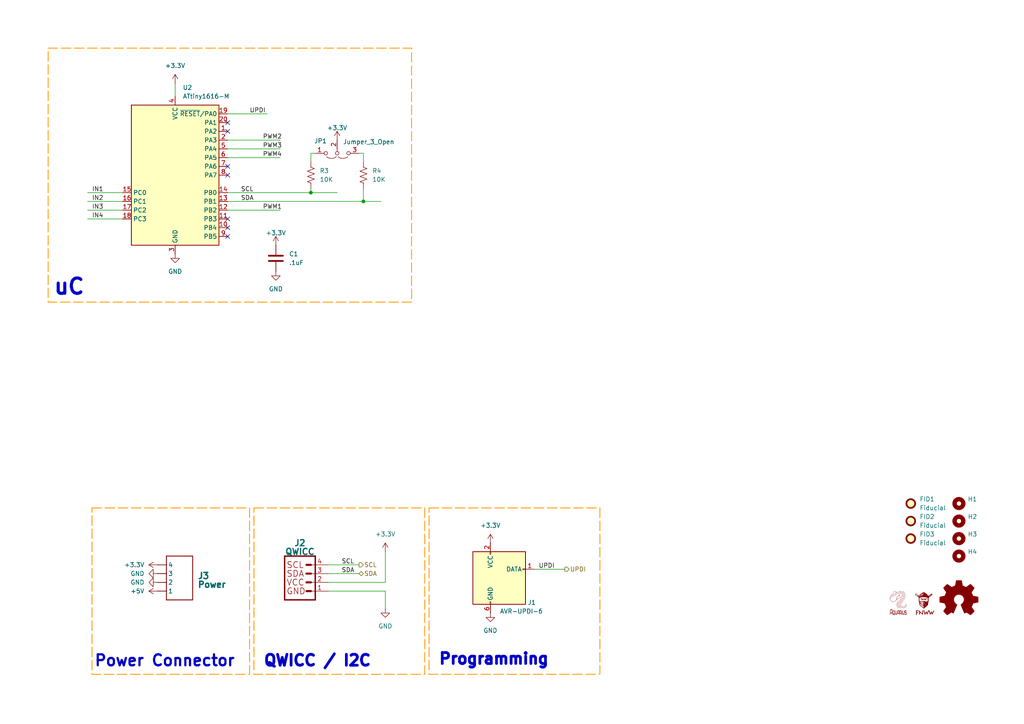
<source format=kicad_sch>
(kicad_sch (version 20250114) (generator "eeschema") (generator_version "9.0")
  (paper "A4")
  (lib_symbols
    (symbol "CRGM Connector:JST-SH-4"
      (property "Reference" "J" (at 0 2.794 0))
      (symbol "JST-SH-4_1_0"
        (pin passive line (at -2.54 0 0) (length 2.54) (name "4") (number "4"))
        (pin passive line (at -2.54 -2.54 0) (length 2.54) (name "3") (number "3"))
        (pin passive line (at -2.54 -5.08 0) (length 2.54) (name "2") (number "2"))
        (pin passive line (at -2.54 -7.62 0) (length 2.54) (name "1") (number "1"))
      )
    )
    (symbol "CRGM Connector:QWIIC"
      (property "Reference" "J" (at 0 0.254 0))
      (symbol "QWIIC_1_0"
        (text "SCL" (at 0.508 -2.54 0) (effects (font (size 1.778 1.778)) (justify left)))
        (text "SDA" (at 0.508 -5.08 0) (effects (font (size 1.778 1.778)) (justify left)))
        (text "VCC" (at 0.508 -7.62 0) (effects (font (size 1.778 1.778)) (justify left)))
        (text "GND" (at 0.508 -10.16 0) (effects (font (size 1.778 1.778)) (justify left)))
        (pin passive line (at 12.7 -2.54 180) (length 5.08) (name "4") (number "4"))
        (pin passive line (at 12.7 -5.08 180) (length 5.08) (name "3") (number "3"))
        (pin power_in line (at 12.7 -7.62 180) (length 5.08) (name "2") (number "2"))
        (pin power_in line (at 12.7 -10.16 180) (length 5.08) (name "1") (number "1"))
      )
    )
    (symbol "CRGM Logos:Aquarius Logo")
    (symbol "CRGM Logos:Aquarius Name")
    (symbol "CRGM Logos:FNWW Face")
    (symbol "CRGM Logos:FNWW Name")
    (symbol "Connector:AVR-UPDI-6" (pin_names (offset 1.016))
      (property "Reference" "J" (at -6.35 8.89 0))
      (property "Value" "AVR-UPDI-6" (at 0 8.89 0))
      (symbol "AVR-UPDI-6_1_1"
        (pin passive line (at -2.54 10.16 270) (length 2.54) (name "VCC") (number "2"))
        (pin passive line (at -2.54 -10.16 90) (length 2.54) (name "GND") (number "6"))
        (pin no_connect line (at 7.62 0 180) (length 2.54) (hide yes) (name "NC") (number "3"))
        (pin no_connect line (at 7.62 -2.54 180) (length 2.54) (hide yes) (name "NC") (number "4"))
        (pin no_connect line (at 7.62 -5.08 180) (length 2.54) (hide yes) (name "NC") (number "5"))
        (pin passive line (at 10.16 2.54 180) (length 2.54) (name "DATA") (number "1"))
      )
    )
    (symbol "Device:C" (pin_numbers (hide yes)) (pin_names (offset 0.254))
      (property "Reference" "C" (at 0.635 2.54 0))
      (property "Value" "C" (at 0.635 -2.54 0))
      (symbol "C_1_1"
        (pin passive line (at 0 3.81 270) (length 2.794) (name "~") (number "1"))
        (pin passive line (at 0 -3.81 90) (length 2.794) (name "~") (number "2"))
      )
    )
    (symbol "Device:R_US" (pin_numbers (hide yes)) (pin_names (offset 0))
      (property "Reference" "R" (at 2.54 0 90))
      (property "Value" "R_US" (at -2.54 0 90))
      (symbol "R_US_1_1"
        (pin passive line (at 0 3.81 270) (length 1.27) (name "~") (number "1"))
        (pin passive line (at 0 -3.81 90) (length 1.27) (name "~") (number "2"))
      )
    )
    (symbol "Graphic:Logo_Open_Hardware_Small" (in_bom no) (on_board no))
    (symbol "Jumper:Jumper_3_Open" (pin_names (offset 0) (hide yes)) (exclude_from_sim yes) (in_bom no)
      (property "Reference" "JP" (at -2.54 -2.54 0))
      (property "Value" "Jumper_3_Open" (at 0 2.794 0))
      (symbol "Jumper_3_Open_1_1"
        (pin passive line (at -6.35 0 0) (length 2.54) (name "A") (number "1"))
        (pin passive line (at 0 -3.81 90) (length 2.54) (name "C") (number "2"))
        (pin passive line (at 6.35 0 180) (length 2.54) (name "B") (number "3"))
      )
    )
    (symbol "MCU_Microchip_ATtiny:ATtiny1616-M"
      (property "Reference" "U" (at -12.7 21.59 0))
      (property "Value" "ATtiny1616-M" (at 2.54 -21.59 0))
      (symbol "ATtiny1616-M_1_1"
        (pin bidirectional line (at -15.24 -5.08 0) (length 2.54) (name "PC0") (number "15"))
        (pin bidirectional line (at -15.24 -7.62 0) (length 2.54) (name "PC1") (number "16"))
        (pin bidirectional line (at -15.24 -10.16 0) (length 2.54) (name "PC2") (number "17"))
        (pin bidirectional line (at -15.24 -12.7 0) (length 2.54) (name "PC3") (number "18"))
        (pin power_in line (at 0 22.86 270) (length 2.54) (name "VCC") (number "4"))
        (pin passive line (at 0 -22.86 90) (length 2.54) (hide yes) (name "GND") (number "21"))
        (pin power_in line (at 0 -22.86 90) (length 2.54) (name "GND") (number "3"))
        (pin bidirectional line (at 15.24 17.78 180) (length 2.54) (name "~{RESET}/PA0") (number "19"))
        (pin bidirectional line (at 15.24 15.24 180) (length 2.54) (name "PA1") (number "20"))
        (pin bidirectional line (at 15.24 12.7 180) (length 2.54) (name "PA2") (number "1"))
        (pin bidirectional line (at 15.24 10.16 180) (length 2.54) (name "PA3") (number "2"))
        (pin bidirectional line (at 15.24 7.62 180) (length 2.54) (name "PA4") (number "5"))
        (pin bidirectional line (at 15.24 5.08 180) (length 2.54) (name "PA5") (number "6"))
        (pin bidirectional line (at 15.24 2.54 180) (length 2.54) (name "PA6") (number "7"))
        (pin bidirectional line (at 15.24 0 180) (length 2.54) (name "PA7") (number "8"))
        (pin bidirectional line (at 15.24 -5.08 180) (length 2.54) (name "PB0") (number "14"))
        (pin bidirectional line (at 15.24 -7.62 180) (length 2.54) (name "PB1") (number "13"))
        (pin bidirectional line (at 15.24 -10.16 180) (length 2.54) (name "PB2") (number "12"))
        (pin bidirectional line (at 15.24 -12.7 180) (length 2.54) (name "PB3") (number "11"))
        (pin bidirectional line (at 15.24 -15.24 180) (length 2.54) (name "PB4") (number "10"))
        (pin bidirectional line (at 15.24 -17.78 180) (length 2.54) (name "PB5") (number "9"))
      )
    )
    (symbol "Mechanical:Fiducial" (exclude_from_sim yes) (in_bom no)
      (property "Reference" "FID" (at 0 5.08 0))
      (property "Value" "Fiducial" (at 0 3.175 0))
    )
    (symbol "Mechanical:MountingHole" (pin_names (offset 1.016)) (exclude_from_sim yes) (in_bom no)
      (property "Reference" "H" (at 0 5.08 0))
      (property "Value" "MountingHole" (at 0 3.175 0))
    )
    (symbol "power:+3.3V" (power) (pin_numbers (hide yes)) (pin_names (offset 0) (hide yes))
      (property "Value" "+3.3V" (at 0 3.556 0))
      (symbol "+3.3V_1_1"
        (pin power_in line (at 0 0 90) (length 0) (name "~") (number "1"))
      )
    )
    (symbol "power:+5V" (power) (pin_numbers (hide yes)) (pin_names (offset 0) (hide yes))
      (property "Value" "+5V" (at 0 3.556 0))
      (symbol "+5V_1_1"
        (pin power_in line (at 0 0 90) (length 0) (name "~") (number "1"))
      )
    )
    (symbol "power:GND" (power) (pin_numbers (hide yes)) (pin_names (offset 0) (hide yes))
      (property "Value" "GND" (at 0 -3.81 0))
      (symbol "GND_1_1"
        (pin power_in line (at 0 0 270) (length 0) (name "~") (number "1"))
      )
    )
  )
  (rectangle (start 26.67 147.32) (end 72.39 195.58) (stroke (width 0.254) (type dash) (color 255 153 0 1)))
  (rectangle (start 124.46 147.32) (end 173.99 195.58) (stroke (width 0.254) (type dash) (color 255 153 0 1)))
  (rectangle (start 73.66 147.32) (end 123.19 195.58) (stroke (width 0.254) (type dash) (color 255 153 0 1)))
  (rectangle (start 13.97 13.97) (end 119.38 87.63) (stroke (width 0.254) (type dash) (color 255 153 0 1)))
  (text "Programming" (at 127 191.262 0) (effects (font (size 3.175 3.175) (thickness 0.889) (bold yes)) (justify left)))
  (text "Power Connector" (at 27.178 191.77 0) (effects (font (size 3.175 3.175) (thickness 0.635) (bold yes)) (justify left)))
  (text "uC" (at 15.24 83.312 0) (effects (font (size 4.445 4.445) (thickness 0.889) (bold yes)) (justify left)))
  (text "QWICC / I2C\n" (at 76.2 191.77 0) (effects (font (size 3.175 3.175) (thickness 0.889) (bold yes)) (justify left)))
  (junction (at 90.17 55.88))
  (junction (at 105.41 58.42))
  (no_connect (at 66.04 63.5))
  (no_connect (at 66.04 48.26))
  (no_connect (at 66.04 50.8))
  (no_connect (at 66.04 38.1))
  (no_connect (at 66.04 35.56))
  (no_connect (at 66.04 66.04))
  (no_connect (at 66.04 68.58))
  (wire (pts (xy 66.04 33.02) (xy 77.47 33.02)))
  (wire (pts (xy 154.94 165.1) (xy 163.83 165.1)))
  (wire (pts (xy 90.17 55.88) (xy 90.17 54.61)))
  (wire (pts (xy 25.4 60.96) (xy 35.56 60.96)))
  (wire (pts (xy 105.41 54.61) (xy 105.41 58.42)))
  (wire (pts (xy 25.4 58.42) (xy 35.56 58.42)))
  (wire (pts (xy 90.17 44.45) (xy 90.17 46.99)))
  (wire (pts (xy 95.25 166.37) (xy 104.14 166.37)))
  (wire (pts (xy 66.04 55.88) (xy 90.17 55.88)))
  (wire (pts (xy 66.04 60.96) (xy 81.28 60.96)))
  (wire (pts (xy 25.4 55.88) (xy 35.56 55.88)))
  (wire (pts (xy 111.76 160.02) (xy 111.76 168.91)))
  (wire (pts (xy 104.14 44.45) (xy 105.41 44.45)))
  (wire (pts (xy 50.8 24.13) (xy 50.8 27.94)))
  (wire (pts (xy 25.4 63.5) (xy 35.56 63.5)))
  (wire (pts (xy 90.17 55.88) (xy 97.79 55.88)))
  (wire (pts (xy 66.04 43.18) (xy 81.28 43.18)))
  (wire (pts (xy 66.04 58.42) (xy 105.41 58.42)))
  (wire (pts (xy 95.25 163.83) (xy 104.14 163.83)))
  (wire (pts (xy 105.41 58.42) (xy 110.49 58.42)))
  (wire (pts (xy 95.25 168.91) (xy 111.76 168.91)))
  (wire (pts (xy 111.76 171.45) (xy 111.76 176.53)))
  (wire (pts (xy 91.44 44.45) (xy 90.17 44.45)))
  (wire (pts (xy 95.25 171.45) (xy 111.76 171.45)))
  (wire (pts (xy 66.04 45.72) (xy 81.28 45.72)))
  (wire (pts (xy 66.04 40.64) (xy 81.28 40.64)))
  (wire (pts (xy 105.41 44.45) (xy 105.41 46.99)))
  (label "SDA" (at 99.06 166.37 0))
  (label "UPDI" (at 156.21 165.1 0))
  (label "IN1" (at 26.67 55.88 0))
  (label "PWM4" (at 76.2 45.72 0))
  (label "SCL" (at 99.06 163.83 0))
  (label "SCL" (at 69.85 55.88 0))
  (label "PWM2" (at 76.2 40.64 0))
  (label "SDA" (at 69.85 58.42 0))
  (label "IN3" (at 26.67 60.96 0))
  (label "IN4" (at 26.67 63.5 0))
  (label "PWM3" (at 76.2 43.18 0))
  (label "PWM1" (at 76.2 60.96 0))
  (label "IN2" (at 26.67 58.42 0))
  (label "UPDI" (at 72.39 33.02 0))
  (hierarchical_label "UPDI" (shape output) (at 163.83 165.1 0))
  (hierarchical_label "SCL" (shape output) (at 104.14 163.83 0))
  (hierarchical_label "SDA" (shape bidirectional) (at 104.14 166.37 0))
  (symbol (lib_id "Mechanical:MountingHole") (at 278.13 146.05 0) (unit 1) (in_bom no)
    (property "Reference" "H1" (at 280.67 144.7799 0) (effects (justify left)))
    (property "Value" "MountingHole" (effects (hide yes)))
    (property "Footprint" "CRGM Mechanical:MountingHole_3.2mm_M3_Pad_Via" (effects (hide yes)))
    (property "Description" "Mounting Hole without connection" (effects (hide yes)))
  )
  (symbol (lib_id "power:GND") (at 45.72 168.91 270) (unit 1)
    (property "Reference" "#PWR016" (effects (hide yes)))
    (property "Value" "GND" (at 41.91 168.9099 90) (effects (justify right)))
    (property "Description" "Power symbol creates a global label with name \"GND\" , ground" (effects (hide yes)))
  )
  (symbol (lib_id "CRGM Logos:Aquarius Logo") (at 260.35 176.53 0) (unit 1) (in_bom no)
    (property "Reference" "LOGO1" (effects (hide yes)))
    (property "Footprint" "CRGM Logos:Aquarius Logo 5mm" (effects (hide yes)))
  )
  (symbol (lib_id "power:+5V") (at 45.72 171.45 90) (unit 1)
    (property "Reference" "#PWR017" (effects (hide yes)))
    (property "Value" "+5V" (at 41.91 171.4499 90) (effects (justify left)))
    (property "Description" "Power symbol creates a global label with name \"+5V\"" (effects (hide yes)))
  )
  (symbol (lib_id "power:GND") (at 111.76 176.53 0) (unit 1)
    (property "Reference" "#PWR08" (effects (hide yes)))
    (property "Value" "GND" (at 111.76 181.61 0))
    (property "Description" "Power symbol creates a global label with name \"GND\" , ground" (effects (hide yes)))
  )
  (symbol (lib_id "power:GND") (at 45.72 166.37 270) (unit 1)
    (property "Reference" "#PWR015" (effects (hide yes)))
    (property "Value" "GND" (at 41.91 166.3699 90) (effects (justify right)))
    (property "Description" "Power symbol creates a global label with name \"GND\" , ground" (effects (hide yes)))
  )
  (symbol (lib_id "power:+3.3V") (at 111.76 160.02 0) (unit 1)
    (property "Reference" "#PWR010" (effects (hide yes)))
    (property "Value" "+3.3V" (at 111.76 154.94 0))
    (property "Description" "Power symbol creates a global label with name \"+3.3V\"" (effects (hide yes)))
  )
  (symbol (lib_id "MCU_Microchip_ATtiny:ATtiny1616-M") (at 50.8 50.8 0) (unit 1)
    (property "Reference" "U2" (at 52.9941 25.4 0) (effects (justify left)))
    (property "Value" "ATtiny1616-M" (at 52.9941 27.94 0) (effects (justify left)))
    (property "Footprint" "Package_DFN_QFN:VQFN-20-1EP_3x3mm_P0.4mm_EP1.7x1.7mm" (effects (hide yes)))
    (property "Datasheet" "http://ww1.microchip.com/downloads/en/DeviceDoc/ATtiny3216_ATtiny1616-data-sheet-40001997B.pdf" (effects (hide yes)))
    (property "Description" "20MHz, 16kB Flash, 2kB SRAM, 256B EEPROM, VQFN-20" (effects (hide yes)))
    (property "LCSC_PN" "C507118" (effects (hide yes)))
  )
  (symbol (lib_id "Mechanical:Fiducial") (at 264.16 156.21 0) (unit 1) (in_bom no)
    (property "Reference" "FID3" (at 266.7 154.9399 0) (effects (justify left)))
    (property "Value" "Fiducial" (at 266.7 157.4799 0) (effects (justify left)))
    (property "Footprint" "Fiducial:Fiducial_0.75mm_Mask1.5mm" (effects (hide yes)))
    (property "Description" "Fiducial Marker" (effects (hide yes)))
  )
  (symbol (lib_id "Connector:AVR-UPDI-6") (at 144.78 167.64 0) (unit 1)
    (property "Reference" "J1" (at 155.448 174.752 0) (effects (justify right)))
    (property "Value" "AVR-UPDI-6" (at 157.48 177.292 0) (effects (justify right)))
    (property "Footprint" "Connector_PinHeader_2.54mm:PinHeader_2x03_P2.54mm_Vertical" (effects (hide yes)))
    (property "Datasheet" "https://www.microchip.com/webdoc/GUID-9D10622A-5C16-4405-B092-1BDD437B4976/index.html?GUID-9B349315-2842-4189-B88C-49F4E1055D7F" (effects (hide yes)))
    (property "Description" "Atmel 6-pin UPDI connector" (effects (hide yes)))
  )
  (symbol (lib_id "Mechanical:MountingHole") (at 278.13 156.21 0) (unit 1) (in_bom no)
    (property "Reference" "H3" (at 280.67 154.9399 0) (effects (justify left)))
    (property "Value" "MountingHole" (effects (hide yes)))
    (property "Footprint" "CRGM Mechanical:MountingHole_3.2mm_M3_Pad_Via" (effects (hide yes)))
    (property "Description" "Mounting Hole without connection" (effects (hide yes)))
  )
  (symbol (lib_id "Mechanical:Fiducial") (at 264.16 146.05 0) (unit 1) (in_bom no)
    (property "Reference" "FID1" (at 266.7 144.7799 0) (effects (justify left)))
    (property "Value" "Fiducial" (at 266.7 147.3199 0) (effects (justify left)))
    (property "Footprint" "Fiducial:Fiducial_0.75mm_Mask1.5mm" (effects (hide yes)))
    (property "Description" "Fiducial Marker" (effects (hide yes)))
  )
  (symbol (lib_id "Graphic:Logo_Open_Hardware_Small") (at 278.13 173.99 0) (unit 1) (in_bom no)
    (property "Reference" "LOGO5" (effects (hide yes)))
    (property "Value" "Logo_Open_Hardware_Small" (effects (hide yes)))
    (property "Footprint" "Symbol:OSHW-Symbol_6.7x6mm_SilkScreen" (effects (hide yes)))
    (property "Description" "Open Hardware logo, small" (effects (hide yes)))
  )
  (symbol (lib_id "power:GND") (at 80.01 78.74 0) (unit 1)
    (property "Reference" "#PWR013" (effects (hide yes)))
    (property "Value" "GND" (at 80.01 83.82 0))
    (property "Description" "Power symbol creates a global label with name \"GND\" , ground" (effects (hide yes)))
  )
  (symbol (lib_id "Device:C") (at 80.01 74.93 0) (unit 1)
    (property "Reference" "C1" (at 83.82 73.6599 0) (effects (justify left)))
    (property "Value" ".1uF" (at 83.82 76.1999 0) (effects (justify left)))
    (property "Footprint" "Capacitor_SMD:C_0603_1608Metric" (effects (hide yes)))
    (property "Description" "Unpolarized capacitor" (effects (hide yes)))
    (property "LCSC_PN" "C66501" (effects (hide yes)))
    (property "MN" "Samsung" (effects (hide yes)))
    (property "MN_PN" "CL10B104KO8NNNC" (effects (hide yes)))
  )
  (symbol (lib_id "power:+3.3V") (at 45.72 163.83 90) (unit 1)
    (property "Reference" "#PWR014" (effects (hide yes)))
    (property "Value" "+3.3V" (at 41.91 163.8299 90) (effects (justify left)))
    (property "Description" "Power symbol creates a global label with name \"+3.3V\"" (effects (hide yes)))
  )
  (symbol (lib_id "power:+3.3V") (at 50.8 24.13 0) (unit 1)
    (property "Reference" "#PWR04" (effects (hide yes)))
    (property "Value" "+3.3V" (at 50.8 19.05 0))
    (property "Description" "Power symbol creates a global label with name \"+3.3V\"" (effects (hide yes)))
  )
  (symbol (lib_id "CRGM Logos:Aquarius Name") (at 260.3903 178.523 0) (unit 1) (in_bom no)
    (property "Reference" "LOGO2" (effects (hide yes)))
    (property "Footprint" "CRGM Logos:Aquarius Name 2mmx5mm" (effects (hide yes)))
  )
  (symbol (lib_id "CRGM Connector:QWIIC") (at 82.55 161.29 0) (unit 1)
    (property "Reference" "J2" (at 86.995 157.48 0) (effects (font (size 1.778 1.778) (thickness 0.3556) (bold yes))))
    (property "Value" "QWICC" (at 86.995 160.02 0) (effects (font (size 1.778 1.778) (thickness 0.3556) (bold yes))))
    (property "Footprint" "Connector_JST:JST_SH_SM04B-SRSS-TB_1x04-1MP_P1.00mm_Horizontal" (effects (hide yes)))
    (property "Description" "SparkFun I2C Standard Qwiic Connector An SMD 1mm pitch JST connector makes it easy and quick (get it? Qwiic?) to connect I2C devices to each other. The Qwiic system enables fast and solderless connection between popular platforms and various sensors and actuators.\n\nWe carry 200mm, 100mm, 50mm, and breadboard friendly Qwiic cables. We also offer 10 pcs strips the SMD connectors." (effects (hide yes)))
    (property "LCSC_PN" "C2763614" (effects (hide yes)))
  )
  (symbol (lib_id "Device:R_US") (at 90.17 50.8 180) (unit 1)
    (property "Reference" "R3" (at 92.71 49.5299 0) (effects (justify right)))
    (property "Value" "10K" (at 92.71 52.0699 0) (effects (justify right)))
    (property "Footprint" "Resistor_SMD:R_0603_1608Metric" (effects (hide yes)))
    (property "Description" "Resistor, US symbol" (effects (hide yes)))
    (property "LCSC_PN" "C2930027" (effects (hide yes)))
  )
  (symbol (lib_id "Jumper:Jumper_3_Open") (at 97.79 44.45 0) (mirror x) (unit 1) (in_bom no)
    (property "Reference" "JP1" (at 92.964 40.894 0))
    (property "Value" "Jumper_3_Open" (at 106.934 41.148 0))
    (property "Footprint" "Jumper:SolderJumper-3_P1.3mm_Open_RoundedPad1.0x1.5mm_NumberLabels" (effects (hide yes)))
    (property "Description" "Jumper, 3-pole, both open" (effects (hide yes)))
  )
  (symbol (lib_id "CRGM Logos:FNWW Name") (at 267.97 177.8 0) (unit 1) (in_bom no)
    (property "Reference" "LOGO4" (effects (hide yes)))
    (property "Footprint" "CRGM Logos:FNWW Name 2mmx5mm" (effects (hide yes)))
  )
  (symbol (lib_id "power:+3.3V") (at 97.79 40.64 0) (unit 1)
    (property "Reference" "#PWR06" (effects (hide yes)))
    (property "Value" "+3.3V" (at 97.79 37.084 0))
    (property "Description" "Power symbol creates a global label with name \"+3.3V\"" (effects (hide yes)))
  )
  (symbol (lib_id "CRGM Logos:FNWW Face") (at 267.97 176.53 0) (unit 1) (in_bom no)
    (property "Reference" "LOGO3" (effects (hide yes)))
    (property "Footprint" "CRGM Logos:FNWW Face 5mm" (effects (hide yes)))
  )
  (symbol (lib_id "power:+3.3V") (at 80.01 71.12 0) (unit 1)
    (property "Reference" "#PWR012" (effects (hide yes)))
    (property "Value" "+3.3V" (at 80.01 67.564 0))
    (property "Description" "Power symbol creates a global label with name \"+3.3V\"" (effects (hide yes)))
  )
  (symbol (lib_id "Device:R_US") (at 105.41 50.8 180) (unit 1)
    (property "Reference" "R4" (at 107.95 49.5299 0) (effects (justify right)))
    (property "Value" "10K" (at 107.95 52.0699 0) (effects (justify right)))
    (property "Footprint" "Resistor_SMD:R_0603_1608Metric" (effects (hide yes)))
    (property "Description" "Resistor, US symbol" (effects (hide yes)))
    (property "LCSC_PN" "C2930027" (effects (hide yes)))
  )
  (symbol (lib_id "power:GND") (at 50.8 73.66 0) (unit 1)
    (property "Reference" "#PWR05" (effects (hide yes)))
    (property "Value" "GND" (at 50.8 78.74 0))
    (property "Description" "Power symbol creates a global label with name \"GND\" , ground" (effects (hide yes)))
  )
  (symbol (lib_id "Mechanical:MountingHole") (at 278.13 151.13 0) (unit 1) (in_bom no)
    (property "Reference" "H2" (at 280.67 149.8599 0) (effects (justify left)))
    (property "Value" "MountingHole" (effects (hide yes)))
    (property "Footprint" "CRGM Mechanical:MountingHole_3.2mm_M3_Pad_Via" (effects (hide yes)))
    (property "Description" "Mounting Hole without connection" (effects (hide yes)))
  )
  (symbol (lib_id "CRGM Connector:JST-SH-4") (at 48.26 163.83 0) (unit 1)
    (property "Reference" "J3" (at 57.15 167.005 0) (effects (font (size 1.778 1.778) (thickness 0.3556) (bold yes)) (justify left)))
    (property "Value" "Power" (at 57.15 169.545 0) (effects (font (size 1.778 1.778) (thickness 0.3556) (bold yes)) (justify left)))
    (property "Footprint" "Connector_JST:JST_SH_SM04B-SRSS-TB_1x04-1MP_P1.00mm_Horizontal" (effects (hide yes)))
    (property "Description" "JST SH 1.0mm 4 Position" (effects (hide yes)))
    (property "MN" "JST" (effects (hide yes)))
    (property "MPN" "SM04B-SRSS-TB" (effects (hide yes)))
    (property "LCSC" "C2763614" (effects (hide yes)))
  )
  (symbol (lib_id "Mechanical:Fiducial") (at 264.16 151.13 0) (unit 1) (in_bom no)
    (property "Reference" "FID2" (at 266.7 149.8599 0) (effects (justify left)))
    (property "Value" "Fiducial" (at 266.7 152.3999 0) (effects (justify left)))
    (property "Footprint" "Fiducial:Fiducial_0.75mm_Mask1.5mm" (effects (hide yes)))
    (property "Description" "Fiducial Marker" (effects (hide yes)))
  )
  (symbol (lib_id "power:GND") (at 142.24 177.8 0) (unit 1)
    (property "Reference" "#PWR011" (effects (hide yes)))
    (property "Value" "GND" (at 142.24 182.88 0))
    (property "Description" "Power symbol creates a global label with name \"GND\" , ground" (effects (hide yes)))
  )
  (symbol (lib_id "Mechanical:MountingHole") (at 278.13 161.29 0) (unit 1) (in_bom no)
    (property "Reference" "H4" (at 280.67 160.0199 0) (effects (justify left)))
    (property "Value" "MountingHole" (effects (hide yes)))
    (property "Footprint" "CRGM Mechanical:MountingHole_3.2mm_M3_Pad_Via" (effects (hide yes)))
    (property "Description" "Mounting Hole without connection" (effects (hide yes)))
  )
  (symbol (lib_id "power:+3.3V") (at 142.24 157.48 0) (unit 1)
    (property "Reference" "#PWR07" (effects (hide yes)))
    (property "Value" "+3.3V" (at 142.24 152.4 0))
    (property "Description" "Power symbol creates a global label with name \"+3.3V\"" (effects (hide yes)))
  )
)
</source>
